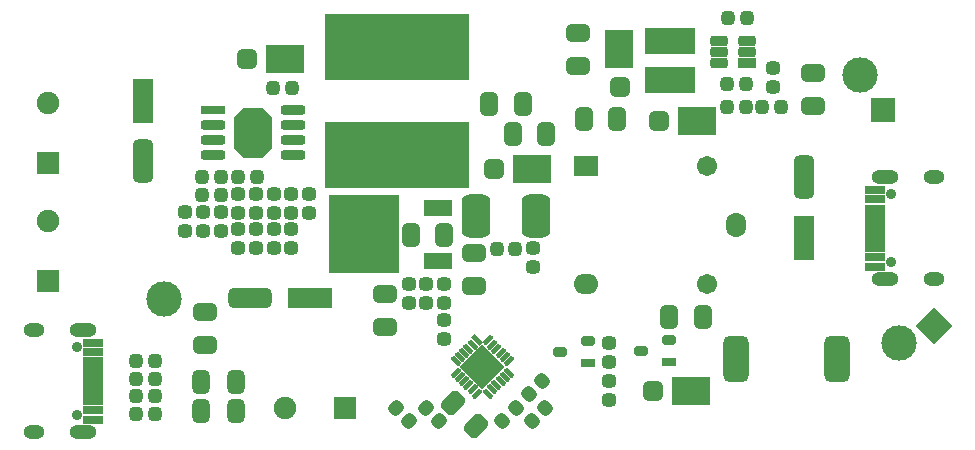
<source format=gts>
G04*
G04 #@! TF.GenerationSoftware,Altium Limited,Altium Designer,23.11.1 (41)*
G04*
G04 Layer_Color=8388736*
%FSLAX44Y44*%
%MOMM*%
G71*
G04*
G04 #@! TF.SameCoordinates,884342A8-4ED4-4568-BB5E-73BA217C2521*
G04*
G04*
G04 #@! TF.FilePolarity,Negative*
G04*
G01*
G75*
%ADD70C,0.5000*%
G04:AMPARAMS|DCode=80|XSize=2.0232mm|YSize=1.4732mm|CornerRadius=0.4191mm|HoleSize=0mm|Usage=FLASHONLY|Rotation=90.000|XOffset=0mm|YOffset=0mm|HoleType=Round|Shape=RoundedRectangle|*
%AMROUNDEDRECTD80*
21,1,2.0232,0.6350,0,0,90.0*
21,1,1.1850,1.4732,0,0,90.0*
1,1,0.8382,0.3175,0.5925*
1,1,0.8382,0.3175,-0.5925*
1,1,0.8382,-0.3175,-0.5925*
1,1,0.8382,-0.3175,0.5925*
%
%ADD80ROUNDEDRECTD80*%
G04:AMPARAMS|DCode=81|XSize=1.7032mm|YSize=3.7032mm|CornerRadius=0.4766mm|HoleSize=0mm|Usage=FLASHONLY|Rotation=270.000|XOffset=0mm|YOffset=0mm|HoleType=Round|Shape=RoundedRectangle|*
%AMROUNDEDRECTD81*
21,1,1.7032,2.7500,0,0,270.0*
21,1,0.7500,3.7032,0,0,270.0*
1,1,0.9532,-1.3750,-0.3750*
1,1,0.9532,-1.3750,0.3750*
1,1,0.9532,1.3750,0.3750*
1,1,0.9532,1.3750,-0.3750*
%
%ADD81ROUNDEDRECTD81*%
%ADD82R,3.7032X1.7032*%
%ADD83R,3.3032X2.4032*%
G04:AMPARAMS|DCode=84|XSize=1.7032mm|YSize=1.7232mm|CornerRadius=0.4766mm|HoleSize=0mm|Usage=FLASHONLY|Rotation=270.000|XOffset=0mm|YOffset=0mm|HoleType=Round|Shape=RoundedRectangle|*
%AMROUNDEDRECTD84*
21,1,1.7032,0.7700,0,0,270.0*
21,1,0.7500,1.7232,0,0,270.0*
1,1,0.9532,-0.3850,-0.3750*
1,1,0.9532,-0.3850,0.3750*
1,1,0.9532,0.3850,0.3750*
1,1,0.9532,0.3850,-0.3750*
%
%ADD84ROUNDEDRECTD84*%
G04:AMPARAMS|DCode=85|XSize=2.0032mm|YSize=1.5032mm|CornerRadius=0.4266mm|HoleSize=0mm|Usage=FLASHONLY|Rotation=180.000|XOffset=0mm|YOffset=0mm|HoleType=Round|Shape=RoundedRectangle|*
%AMROUNDEDRECTD85*
21,1,2.0032,0.6500,0,0,180.0*
21,1,1.1500,1.5032,0,0,180.0*
1,1,0.8532,-0.5750,0.3250*
1,1,0.8532,0.5750,0.3250*
1,1,0.8532,0.5750,-0.3250*
1,1,0.8532,-0.5750,-0.3250*
%
%ADD85ROUNDEDRECTD85*%
G04:AMPARAMS|DCode=86|XSize=2.0032mm|YSize=1.5032mm|CornerRadius=0.4266mm|HoleSize=0mm|Usage=FLASHONLY|Rotation=225.000|XOffset=0mm|YOffset=0mm|HoleType=Round|Shape=RoundedRectangle|*
%AMROUNDEDRECTD86*
21,1,2.0032,0.6500,0,0,225.0*
21,1,1.1500,1.5032,0,0,225.0*
1,1,0.8532,-0.6364,-0.1768*
1,1,0.8532,0.1768,0.6364*
1,1,0.8532,0.6364,0.1768*
1,1,0.8532,-0.1768,-0.6364*
%
%ADD86ROUNDEDRECTD86*%
G04:AMPARAMS|DCode=87|XSize=2.2032mm|YSize=3.9532mm|CornerRadius=0.6016mm|HoleSize=0mm|Usage=FLASHONLY|Rotation=0.000|XOffset=0mm|YOffset=0mm|HoleType=Round|Shape=RoundedRectangle|*
%AMROUNDEDRECTD87*
21,1,2.2032,2.7500,0,0,0.0*
21,1,1.0000,3.9532,0,0,0.0*
1,1,1.2032,0.5000,-1.3750*
1,1,1.2032,-0.5000,-1.3750*
1,1,1.2032,-0.5000,1.3750*
1,1,1.2032,0.5000,1.3750*
%
%ADD87ROUNDEDRECTD87*%
G04:AMPARAMS|DCode=88|XSize=1.2032mm|YSize=1.1032mm|CornerRadius=0.3266mm|HoleSize=0mm|Usage=FLASHONLY|Rotation=270.000|XOffset=0mm|YOffset=0mm|HoleType=Round|Shape=RoundedRectangle|*
%AMROUNDEDRECTD88*
21,1,1.2032,0.4500,0,0,270.0*
21,1,0.5500,1.1032,0,0,270.0*
1,1,0.6532,-0.2250,-0.2750*
1,1,0.6532,-0.2250,0.2750*
1,1,0.6532,0.2250,0.2750*
1,1,0.6532,0.2250,-0.2750*
%
%ADD88ROUNDEDRECTD88*%
%ADD89R,1.6532X0.5032*%
%ADD90R,1.6532X0.8032*%
%ADD91R,4.2032X2.2032*%
G04:AMPARAMS|DCode=92|XSize=1.7032mm|YSize=1.7232mm|CornerRadius=0.4766mm|HoleSize=0mm|Usage=FLASHONLY|Rotation=0.000|XOffset=0mm|YOffset=0mm|HoleType=Round|Shape=RoundedRectangle|*
%AMROUNDEDRECTD92*
21,1,1.7032,0.7700,0,0,0.0*
21,1,0.7500,1.7232,0,0,0.0*
1,1,0.9532,0.3750,-0.3850*
1,1,0.9532,-0.3750,-0.3850*
1,1,0.9532,-0.3750,0.3850*
1,1,0.9532,0.3750,0.3850*
%
%ADD92ROUNDEDRECTD92*%
%ADD93R,2.4032X3.3032*%
G04:AMPARAMS|DCode=94|XSize=1.2032mm|YSize=1.1032mm|CornerRadius=0.3266mm|HoleSize=0mm|Usage=FLASHONLY|Rotation=315.000|XOffset=0mm|YOffset=0mm|HoleType=Round|Shape=RoundedRectangle|*
%AMROUNDEDRECTD94*
21,1,1.2032,0.4500,0,0,315.0*
21,1,0.5500,1.1032,0,0,315.0*
1,1,0.6532,0.0354,-0.3536*
1,1,0.6532,-0.3536,0.0354*
1,1,0.6532,-0.0354,0.3536*
1,1,0.6532,0.3536,-0.0354*
%
%ADD94ROUNDEDRECTD94*%
G04:AMPARAMS|DCode=95|XSize=1.2032mm|YSize=1.1032mm|CornerRadius=0.3266mm|HoleSize=0mm|Usage=FLASHONLY|Rotation=0.000|XOffset=0mm|YOffset=0mm|HoleType=Round|Shape=RoundedRectangle|*
%AMROUNDEDRECTD95*
21,1,1.2032,0.4500,0,0,0.0*
21,1,0.5500,1.1032,0,0,0.0*
1,1,0.6532,0.2750,-0.2250*
1,1,0.6532,-0.2750,-0.2250*
1,1,0.6532,-0.2750,0.2250*
1,1,0.6532,0.2750,0.2250*
%
%ADD95ROUNDEDRECTD95*%
G04:AMPARAMS|DCode=96|XSize=2.0032mm|YSize=1.5032mm|CornerRadius=0.4266mm|HoleSize=0mm|Usage=FLASHONLY|Rotation=90.000|XOffset=0mm|YOffset=0mm|HoleType=Round|Shape=RoundedRectangle|*
%AMROUNDEDRECTD96*
21,1,2.0032,0.6500,0,0,90.0*
21,1,1.1500,1.5032,0,0,90.0*
1,1,0.8532,0.3250,0.5750*
1,1,0.8532,0.3250,-0.5750*
1,1,0.8532,-0.3250,-0.5750*
1,1,0.8532,-0.3250,0.5750*
%
%ADD96ROUNDEDRECTD96*%
G04:AMPARAMS|DCode=97|XSize=1.7032mm|YSize=3.7032mm|CornerRadius=0.4766mm|HoleSize=0mm|Usage=FLASHONLY|Rotation=0.000|XOffset=0mm|YOffset=0mm|HoleType=Round|Shape=RoundedRectangle|*
%AMROUNDEDRECTD97*
21,1,1.7032,2.7500,0,0,0.0*
21,1,0.7500,3.7032,0,0,0.0*
1,1,0.9532,0.3750,-1.3750*
1,1,0.9532,-0.3750,-1.3750*
1,1,0.9532,-0.3750,1.3750*
1,1,0.9532,0.3750,1.3750*
%
%ADD97ROUNDEDRECTD97*%
%ADD98R,1.7032X3.7032*%
%ADD99R,2.4032X1.4032*%
%ADD100R,6.0032X6.6032*%
%ADD101R,12.2032X5.7032*%
G04:AMPARAMS|DCode=102|XSize=3.2032mm|YSize=4.2032mm|CornerRadius=0mm|HoleSize=0mm|Usage=FLASHONLY|Rotation=0.000|XOffset=0mm|YOffset=0mm|HoleType=Round|Shape=Octagon|*
%AMOCTAGOND102*
4,1,8,-0.8008,2.1016,0.8008,2.1016,1.6016,1.3008,1.6016,-1.3008,0.8008,-2.1016,-0.8008,-2.1016,-1.6016,-1.3008,-1.6016,1.3008,-0.8008,2.1016,0.0*
%
%ADD102OCTAGOND102*%

%ADD103R,2.1032X0.8032*%
G04:AMPARAMS|DCode=104|XSize=0.8032mm|YSize=2.1032mm|CornerRadius=0.2516mm|HoleSize=0mm|Usage=FLASHONLY|Rotation=90.000|XOffset=0mm|YOffset=0mm|HoleType=Round|Shape=RoundedRectangle|*
%AMROUNDEDRECTD104*
21,1,0.8032,1.6000,0,0,90.0*
21,1,0.3000,2.1032,0,0,90.0*
1,1,0.5032,0.8000,0.1500*
1,1,0.5032,0.8000,-0.1500*
1,1,0.5032,-0.8000,-0.1500*
1,1,0.5032,-0.8000,0.1500*
%
%ADD104ROUNDEDRECTD104*%
G04:AMPARAMS|DCode=105|XSize=3.6532mm|YSize=2.4532mm|CornerRadius=0.6641mm|HoleSize=0mm|Usage=FLASHONLY|Rotation=90.000|XOffset=0mm|YOffset=0mm|HoleType=Round|Shape=RoundedRectangle|*
%AMROUNDEDRECTD105*
21,1,3.6532,1.1250,0,0,90.0*
21,1,2.3250,2.4532,0,0,90.0*
1,1,1.3282,0.5625,1.1625*
1,1,1.3282,0.5625,-1.1625*
1,1,1.3282,-0.5625,-1.1625*
1,1,1.3282,-0.5625,1.1625*
%
%ADD105ROUNDEDRECTD105*%
G04:AMPARAMS|DCode=106|XSize=1.0432mm|YSize=0.4632mm|CornerRadius=0.1666mm|HoleSize=0mm|Usage=FLASHONLY|Rotation=45.000|XOffset=0mm|YOffset=0mm|HoleType=Round|Shape=RoundedRectangle|*
%AMROUNDEDRECTD106*
21,1,1.0432,0.1300,0,0,45.0*
21,1,0.7100,0.4632,0,0,45.0*
1,1,0.3332,0.2970,0.2051*
1,1,0.3332,-0.2051,-0.2970*
1,1,0.3332,-0.2970,-0.2051*
1,1,0.3332,0.2051,0.2970*
%
%ADD106ROUNDEDRECTD106*%
G04:AMPARAMS|DCode=107|XSize=1.0432mm|YSize=0.4632mm|CornerRadius=0mm|HoleSize=0mm|Usage=FLASHONLY|Rotation=315.000|XOffset=0mm|YOffset=0mm|HoleType=Round|Shape=Rectangle|*
%AMROTATEDRECTD107*
4,1,4,-0.5326,0.2051,-0.2051,0.5326,0.5326,-0.2051,0.2051,-0.5326,-0.5326,0.2051,0.0*
%
%ADD107ROTATEDRECTD107*%

G04:AMPARAMS|DCode=108|XSize=1.0432mm|YSize=0.4632mm|CornerRadius=0.1666mm|HoleSize=0mm|Usage=FLASHONLY|Rotation=315.000|XOffset=0mm|YOffset=0mm|HoleType=Round|Shape=RoundedRectangle|*
%AMROUNDEDRECTD108*
21,1,1.0432,0.1300,0,0,315.0*
21,1,0.7100,0.4632,0,0,315.0*
1,1,0.3332,0.2051,-0.2970*
1,1,0.3332,-0.2970,0.2051*
1,1,0.3332,-0.2051,0.2970*
1,1,0.3332,0.2970,-0.2051*
%
%ADD108ROUNDEDRECTD108*%
%ADD109P,3.8229X4X360.0*%
G04:AMPARAMS|DCode=110|XSize=1.2032mm|YSize=1.1032mm|CornerRadius=0.3266mm|HoleSize=0mm|Usage=FLASHONLY|Rotation=225.000|XOffset=0mm|YOffset=0mm|HoleType=Round|Shape=RoundedRectangle|*
%AMROUNDEDRECTD110*
21,1,1.2032,0.4500,0,0,225.0*
21,1,0.5500,1.1032,0,0,225.0*
1,1,0.6532,-0.3536,-0.0354*
1,1,0.6532,0.0354,0.3536*
1,1,0.6532,0.3536,0.0354*
1,1,0.6532,-0.0354,-0.3536*
%
%ADD110ROUNDEDRECTD110*%
%ADD111R,1.2032X0.8032*%
G04:AMPARAMS|DCode=112|XSize=0.8032mm|YSize=1.2032mm|CornerRadius=0.2516mm|HoleSize=0mm|Usage=FLASHONLY|Rotation=270.000|XOffset=0mm|YOffset=0mm|HoleType=Round|Shape=RoundedRectangle|*
%AMROUNDEDRECTD112*
21,1,0.8032,0.7000,0,0,270.0*
21,1,0.3000,1.2032,0,0,270.0*
1,1,0.5032,-0.3500,-0.1500*
1,1,0.5032,-0.3500,0.1500*
1,1,0.5032,0.3500,0.1500*
1,1,0.5032,0.3500,-0.1500*
%
%ADD112ROUNDEDRECTD112*%
%ADD113C,3.0000*%
%ADD114R,1.5032X0.9032*%
G04:AMPARAMS|DCode=115|XSize=0.9032mm|YSize=1.5032mm|CornerRadius=0.2766mm|HoleSize=0mm|Usage=FLASHONLY|Rotation=270.000|XOffset=0mm|YOffset=0mm|HoleType=Round|Shape=RoundedRectangle|*
%AMROUNDEDRECTD115*
21,1,0.9032,0.9500,0,0,270.0*
21,1,0.3500,1.5032,0,0,270.0*
1,1,0.5532,-0.4750,-0.1750*
1,1,0.5532,-0.4750,0.1750*
1,1,0.5532,0.4750,0.1750*
1,1,0.5532,0.4750,-0.1750*
%
%ADD115ROUNDEDRECTD115*%
%ADD116O,1.8032X1.2032*%
%ADD117C,0.8782*%
%ADD118O,2.3032X1.2032*%
%ADD119C,1.9032*%
%ADD120R,1.9032X1.9032*%
%ADD121R,1.9032X1.9032*%
%ADD122O,2.1032X1.7032*%
%ADD123R,2.1032X1.7032*%
%ADD124C,1.7032*%
%ADD125O,1.7032X2.1032*%
%ADD126P,3.0533X4X90.0*%
%ADD127R,2.1590X2.1590*%
D70*
X208000Y383000D02*
D03*
Y375500D02*
D03*
Y368000D02*
D03*
Y360500D02*
D03*
X215500D02*
D03*
Y368000D02*
D03*
Y375500D02*
D03*
Y383000D02*
D03*
X223000Y360500D02*
D03*
Y368000D02*
D03*
Y375500D02*
D03*
Y383000D02*
D03*
D80*
X170100Y160500D02*
D03*
X199500D02*
D03*
X170100Y135500D02*
D03*
X199500D02*
D03*
D81*
X211220Y231564D02*
D03*
D82*
X262220D02*
D03*
D83*
X584938Y153000D02*
D03*
X240726Y433970D02*
D03*
X589938Y381396D02*
D03*
X449938Y340500D02*
D03*
D84*
X552658Y152820D02*
D03*
X208446Y433790D02*
D03*
X557658Y381216D02*
D03*
X417658Y340320D02*
D03*
D85*
X325500Y234500D02*
D03*
Y206500D02*
D03*
X173000Y219500D02*
D03*
Y191500D02*
D03*
X400500Y269500D02*
D03*
Y241500D02*
D03*
X688000Y394000D02*
D03*
X688000Y422000D02*
D03*
X488688Y455846D02*
D03*
Y427846D02*
D03*
D86*
X383101Y142900D02*
D03*
X402900Y123101D02*
D03*
D87*
X623054Y179814D02*
D03*
X707890D02*
D03*
D88*
X645000Y393000D02*
D03*
X661000D02*
D03*
X246788Y408970D02*
D03*
X230788D02*
D03*
X186788Y318970D02*
D03*
X170788D02*
D03*
X200788Y333970D02*
D03*
X216788D02*
D03*
X170788D02*
D03*
X186788D02*
D03*
X420000Y273000D02*
D03*
X436000D02*
D03*
X131000Y148000D02*
D03*
X115000Y148000D02*
D03*
X131000Y133000D02*
D03*
X115000Y133000D02*
D03*
X131000Y163000D02*
D03*
X115000Y163000D02*
D03*
X131000Y178000D02*
D03*
X115000D02*
D03*
X631000Y393000D02*
D03*
X615000D02*
D03*
X631816Y468546D02*
D03*
X615816D02*
D03*
X615308Y412920D02*
D03*
X631308D02*
D03*
D89*
X740050Y298001D02*
D03*
Y283001D02*
D03*
Y293001D02*
D03*
Y288001D02*
D03*
Y278001D02*
D03*
Y273001D02*
D03*
Y303001D02*
D03*
Y308001D02*
D03*
X78698Y153491D02*
D03*
Y168491D02*
D03*
Y158491D02*
D03*
Y163491D02*
D03*
Y173491D02*
D03*
Y178491D02*
D03*
Y148491D02*
D03*
Y143491D02*
D03*
D90*
X740050Y266001D02*
D03*
Y315001D02*
D03*
Y323001D02*
D03*
Y258001D02*
D03*
X78698Y185491D02*
D03*
X78698Y136491D02*
D03*
Y128491D02*
D03*
X78698Y193491D02*
D03*
D91*
X566412Y415714D02*
D03*
X566412Y448734D02*
D03*
D92*
X524174Y410104D02*
D03*
D93*
X523994Y442384D02*
D03*
D94*
X449843Y127343D02*
D03*
X461157Y138657D02*
D03*
X424843Y127343D02*
D03*
X436157Y138657D02*
D03*
X447343Y149843D02*
D03*
X458657Y161157D02*
D03*
D95*
X515500Y145000D02*
D03*
Y161000D02*
D03*
X186388Y304416D02*
D03*
Y288416D02*
D03*
X171388Y288416D02*
D03*
Y304416D02*
D03*
X156388Y304416D02*
D03*
X156388Y288416D02*
D03*
X246288Y289470D02*
D03*
Y273470D02*
D03*
X201288Y289470D02*
D03*
Y273470D02*
D03*
X231288Y273470D02*
D03*
Y289470D02*
D03*
X216288Y273470D02*
D03*
Y289470D02*
D03*
X201288Y303470D02*
D03*
Y319470D02*
D03*
X261288D02*
D03*
Y303470D02*
D03*
X246288Y303470D02*
D03*
Y319470D02*
D03*
X231288Y303470D02*
D03*
X231288Y319470D02*
D03*
X216288Y303470D02*
D03*
X216288Y319470D02*
D03*
X375500Y243500D02*
D03*
Y227500D02*
D03*
X450500Y273500D02*
D03*
Y257500D02*
D03*
X360500Y227500D02*
D03*
Y243500D02*
D03*
X345500Y243500D02*
D03*
Y227500D02*
D03*
X375658Y212876D02*
D03*
Y196876D02*
D03*
X515500Y193500D02*
D03*
X515500Y177500D02*
D03*
X653915Y426191D02*
D03*
Y410191D02*
D03*
D96*
X594382Y214942D02*
D03*
X566382D02*
D03*
X375434Y285140D02*
D03*
X347434D02*
D03*
X522000Y383000D02*
D03*
X494000D02*
D03*
X442000Y395500D02*
D03*
X414000D02*
D03*
X462000Y370500D02*
D03*
X434000D02*
D03*
D97*
X120500Y347500D02*
D03*
X680500Y333500D02*
D03*
D98*
X120500Y398500D02*
D03*
X680500Y282500D02*
D03*
D99*
X370500Y262400D02*
D03*
Y308000D02*
D03*
D100*
X307500Y285200D02*
D03*
D101*
X335362Y352368D02*
D03*
Y443808D02*
D03*
D102*
X213788Y371470D02*
D03*
D103*
X180288Y390520D02*
D03*
D104*
Y377820D02*
D03*
Y365120D02*
D03*
Y352420D02*
D03*
X247288Y390520D02*
D03*
Y377820D02*
D03*
Y365120D02*
D03*
Y352420D02*
D03*
D105*
X453250Y300500D02*
D03*
X402750D02*
D03*
D106*
X385514Y168192D02*
D03*
X389049Y164656D02*
D03*
X392585Y161121D02*
D03*
X396120Y157585D02*
D03*
X399656Y154050D02*
D03*
X403192Y150514D02*
D03*
X430486Y177808D02*
D03*
X426950Y181344D02*
D03*
X423415Y184879D02*
D03*
X419879Y188415D02*
D03*
X416344Y191950D02*
D03*
X412808Y195486D02*
D03*
D107*
X403192D02*
D03*
D108*
X399656Y191950D02*
D03*
X396120Y188415D02*
D03*
X392585Y184879D02*
D03*
X389049Y181344D02*
D03*
X385514Y177808D02*
D03*
X412808Y150514D02*
D03*
X416344Y154050D02*
D03*
X419879Y157585D02*
D03*
X423415Y161121D02*
D03*
X426950Y164656D02*
D03*
X430486Y168192D02*
D03*
D109*
X408000Y173000D02*
D03*
D110*
X346157Y127343D02*
D03*
X334843Y138657D02*
D03*
X371157Y127343D02*
D03*
X359843Y138657D02*
D03*
D111*
X497500Y176000D02*
D03*
X565966Y176834D02*
D03*
D112*
X497500Y195000D02*
D03*
X473500Y185500D02*
D03*
X565966Y195834D02*
D03*
X541966Y186334D02*
D03*
D113*
X138000Y230500D02*
D03*
X728000Y420500D02*
D03*
X760500Y193000D02*
D03*
D114*
X632205Y430359D02*
D03*
D115*
Y439859D02*
D03*
Y449359D02*
D03*
X608205D02*
D03*
Y439859D02*
D03*
Y430359D02*
D03*
D116*
X790500Y333700D02*
D03*
Y247300D02*
D03*
X28248Y117792D02*
D03*
Y204192D02*
D03*
D117*
X754000Y319399D02*
D03*
Y261601D02*
D03*
X64748Y132093D02*
D03*
Y189891D02*
D03*
D118*
X748700Y333700D02*
D03*
Y247300D02*
D03*
X70048Y117792D02*
D03*
Y204192D02*
D03*
D119*
X241060Y138000D02*
D03*
X40500Y396300D02*
D03*
Y296300D02*
D03*
D120*
X291860Y138000D02*
D03*
D121*
X40500Y345500D02*
D03*
Y245500D02*
D03*
D122*
X496000Y243000D02*
D03*
D123*
Y343000D02*
D03*
D124*
X598000Y243000D02*
D03*
Y343000D02*
D03*
D125*
X623000Y293000D02*
D03*
D126*
X790500Y208000D02*
D03*
D127*
X747500Y390500D02*
D03*
M02*

</source>
